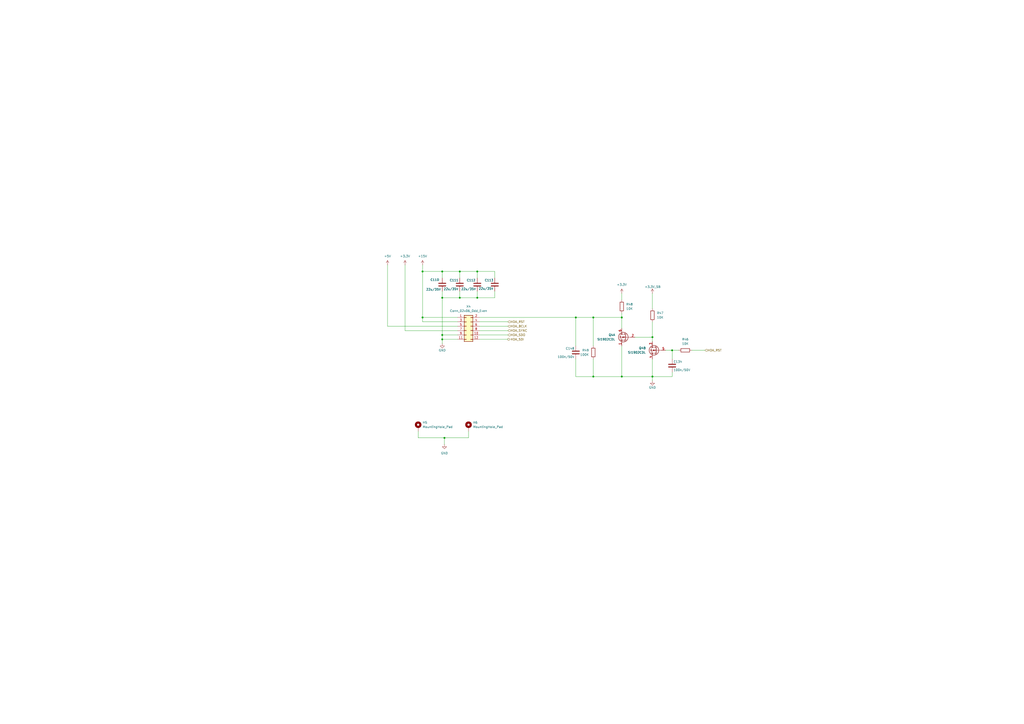
<source format=kicad_sch>
(kicad_sch
	(version 20250114)
	(generator "eeschema")
	(generator_version "9.0")
	(uuid "032e4e81-8481-4f83-b1ff-70ee339e5e30")
	(paper "A2")
	(title_block
		(title "LattePanda Mu Console")
		(date "2025-07-30")
		(rev "V1.0")
	)
	(lib_symbols
		(symbol "Connector_Generic:Conn_02x06_Odd_Even"
			(pin_names
				(offset 1.016)
				(hide yes)
			)
			(exclude_from_sim no)
			(in_bom yes)
			(on_board yes)
			(property "Reference" "J"
				(at 1.27 7.62 0)
				(effects
					(font
						(size 1.27 1.27)
					)
				)
			)
			(property "Value" "Conn_02x06_Odd_Even"
				(at 1.27 -10.16 0)
				(effects
					(font
						(size 1.27 1.27)
					)
				)
			)
			(property "Footprint" ""
				(at 0 0 0)
				(effects
					(font
						(size 1.27 1.27)
					)
					(hide yes)
				)
			)
			(property "Datasheet" "~"
				(at 0 0 0)
				(effects
					(font
						(size 1.27 1.27)
					)
					(hide yes)
				)
			)
			(property "Description" "Generic connector, double row, 02x06, odd/even pin numbering scheme (row 1 odd numbers, row 2 even numbers), script generated (kicad-library-utils/schlib/autogen/connector/)"
				(at 0 0 0)
				(effects
					(font
						(size 1.27 1.27)
					)
					(hide yes)
				)
			)
			(property "ki_keywords" "connector"
				(at 0 0 0)
				(effects
					(font
						(size 1.27 1.27)
					)
					(hide yes)
				)
			)
			(property "ki_fp_filters" "Connector*:*_2x??_*"
				(at 0 0 0)
				(effects
					(font
						(size 1.27 1.27)
					)
					(hide yes)
				)
			)
			(symbol "Conn_02x06_Odd_Even_1_1"
				(rectangle
					(start -1.27 6.35)
					(end 3.81 -8.89)
					(stroke
						(width 0.254)
						(type default)
					)
					(fill
						(type background)
					)
				)
				(rectangle
					(start -1.27 5.207)
					(end 0 4.953)
					(stroke
						(width 0.1524)
						(type default)
					)
					(fill
						(type none)
					)
				)
				(rectangle
					(start -1.27 2.667)
					(end 0 2.413)
					(stroke
						(width 0.1524)
						(type default)
					)
					(fill
						(type none)
					)
				)
				(rectangle
					(start -1.27 0.127)
					(end 0 -0.127)
					(stroke
						(width 0.1524)
						(type default)
					)
					(fill
						(type none)
					)
				)
				(rectangle
					(start -1.27 -2.413)
					(end 0 -2.667)
					(stroke
						(width 0.1524)
						(type default)
					)
					(fill
						(type none)
					)
				)
				(rectangle
					(start -1.27 -4.953)
					(end 0 -5.207)
					(stroke
						(width 0.1524)
						(type default)
					)
					(fill
						(type none)
					)
				)
				(rectangle
					(start -1.27 -7.493)
					(end 0 -7.747)
					(stroke
						(width 0.1524)
						(type default)
					)
					(fill
						(type none)
					)
				)
				(rectangle
					(start 3.81 5.207)
					(end 2.54 4.953)
					(stroke
						(width 0.1524)
						(type default)
					)
					(fill
						(type none)
					)
				)
				(rectangle
					(start 3.81 2.667)
					(end 2.54 2.413)
					(stroke
						(width 0.1524)
						(type default)
					)
					(fill
						(type none)
					)
				)
				(rectangle
					(start 3.81 0.127)
					(end 2.54 -0.127)
					(stroke
						(width 0.1524)
						(type default)
					)
					(fill
						(type none)
					)
				)
				(rectangle
					(start 3.81 -2.413)
					(end 2.54 -2.667)
					(stroke
						(width 0.1524)
						(type default)
					)
					(fill
						(type none)
					)
				)
				(rectangle
					(start 3.81 -4.953)
					(end 2.54 -5.207)
					(stroke
						(width 0.1524)
						(type default)
					)
					(fill
						(type none)
					)
				)
				(rectangle
					(start 3.81 -7.493)
					(end 2.54 -7.747)
					(stroke
						(width 0.1524)
						(type default)
					)
					(fill
						(type none)
					)
				)
				(pin passive line
					(at -5.08 5.08 0)
					(length 3.81)
					(name "Pin_1"
						(effects
							(font
								(size 1.27 1.27)
							)
						)
					)
					(number "1"
						(effects
							(font
								(size 1.27 1.27)
							)
						)
					)
				)
				(pin passive line
					(at -5.08 2.54 0)
					(length 3.81)
					(name "Pin_3"
						(effects
							(font
								(size 1.27 1.27)
							)
						)
					)
					(number "3"
						(effects
							(font
								(size 1.27 1.27)
							)
						)
					)
				)
				(pin passive line
					(at -5.08 0 0)
					(length 3.81)
					(name "Pin_5"
						(effects
							(font
								(size 1.27 1.27)
							)
						)
					)
					(number "5"
						(effects
							(font
								(size 1.27 1.27)
							)
						)
					)
				)
				(pin passive line
					(at -5.08 -2.54 0)
					(length 3.81)
					(name "Pin_7"
						(effects
							(font
								(size 1.27 1.27)
							)
						)
					)
					(number "7"
						(effects
							(font
								(size 1.27 1.27)
							)
						)
					)
				)
				(pin passive line
					(at -5.08 -5.08 0)
					(length 3.81)
					(name "Pin_9"
						(effects
							(font
								(size 1.27 1.27)
							)
						)
					)
					(number "9"
						(effects
							(font
								(size 1.27 1.27)
							)
						)
					)
				)
				(pin passive line
					(at -5.08 -7.62 0)
					(length 3.81)
					(name "Pin_11"
						(effects
							(font
								(size 1.27 1.27)
							)
						)
					)
					(number "11"
						(effects
							(font
								(size 1.27 1.27)
							)
						)
					)
				)
				(pin passive line
					(at 7.62 5.08 180)
					(length 3.81)
					(name "Pin_2"
						(effects
							(font
								(size 1.27 1.27)
							)
						)
					)
					(number "2"
						(effects
							(font
								(size 1.27 1.27)
							)
						)
					)
				)
				(pin passive line
					(at 7.62 2.54 180)
					(length 3.81)
					(name "Pin_4"
						(effects
							(font
								(size 1.27 1.27)
							)
						)
					)
					(number "4"
						(effects
							(font
								(size 1.27 1.27)
							)
						)
					)
				)
				(pin passive line
					(at 7.62 0 180)
					(length 3.81)
					(name "Pin_6"
						(effects
							(font
								(size 1.27 1.27)
							)
						)
					)
					(number "6"
						(effects
							(font
								(size 1.27 1.27)
							)
						)
					)
				)
				(pin passive line
					(at 7.62 -2.54 180)
					(length 3.81)
					(name "Pin_8"
						(effects
							(font
								(size 1.27 1.27)
							)
						)
					)
					(number "8"
						(effects
							(font
								(size 1.27 1.27)
							)
						)
					)
				)
				(pin passive line
					(at 7.62 -5.08 180)
					(length 3.81)
					(name "Pin_10"
						(effects
							(font
								(size 1.27 1.27)
							)
						)
					)
					(number "10"
						(effects
							(font
								(size 1.27 1.27)
							)
						)
					)
				)
				(pin passive line
					(at 7.62 -7.62 180)
					(length 3.81)
					(name "Pin_12"
						(effects
							(font
								(size 1.27 1.27)
							)
						)
					)
					(number "12"
						(effects
							(font
								(size 1.27 1.27)
							)
						)
					)
				)
			)
			(embedded_fonts no)
		)
		(symbol "Device:C"
			(pin_numbers
				(hide yes)
			)
			(pin_names
				(offset 0.254)
			)
			(exclude_from_sim no)
			(in_bom yes)
			(on_board yes)
			(property "Reference" "C"
				(at 0.635 2.54 0)
				(effects
					(font
						(size 1.27 1.27)
					)
					(justify left)
				)
			)
			(property "Value" "C"
				(at 0.635 -2.54 0)
				(effects
					(font
						(size 1.27 1.27)
					)
					(justify left)
				)
			)
			(property "Footprint" ""
				(at 0.9652 -3.81 0)
				(effects
					(font
						(size 1.27 1.27)
					)
					(hide yes)
				)
			)
			(property "Datasheet" "~"
				(at 0 0 0)
				(effects
					(font
						(size 1.27 1.27)
					)
					(hide yes)
				)
			)
			(property "Description" "Unpolarized capacitor"
				(at 0 0 0)
				(effects
					(font
						(size 1.27 1.27)
					)
					(hide yes)
				)
			)
			(property "ki_keywords" "cap capacitor"
				(at 0 0 0)
				(effects
					(font
						(size 1.27 1.27)
					)
					(hide yes)
				)
			)
			(property "ki_fp_filters" "C_*"
				(at 0 0 0)
				(effects
					(font
						(size 1.27 1.27)
					)
					(hide yes)
				)
			)
			(symbol "C_0_1"
				(polyline
					(pts
						(xy -2.032 0.762) (xy 2.032 0.762)
					)
					(stroke
						(width 0.508)
						(type default)
					)
					(fill
						(type none)
					)
				)
				(polyline
					(pts
						(xy -2.032 -0.762) (xy 2.032 -0.762)
					)
					(stroke
						(width 0.508)
						(type default)
					)
					(fill
						(type none)
					)
				)
			)
			(symbol "C_1_1"
				(pin passive line
					(at 0 3.81 270)
					(length 2.794)
					(name "~"
						(effects
							(font
								(size 1.27 1.27)
							)
						)
					)
					(number "1"
						(effects
							(font
								(size 1.27 1.27)
							)
						)
					)
				)
				(pin passive line
					(at 0 -3.81 90)
					(length 2.794)
					(name "~"
						(effects
							(font
								(size 1.27 1.27)
							)
						)
					)
					(number "2"
						(effects
							(font
								(size 1.27 1.27)
							)
						)
					)
				)
			)
			(embedded_fonts no)
		)
		(symbol "Device:R"
			(pin_numbers
				(hide yes)
			)
			(pin_names
				(offset 0)
			)
			(exclude_from_sim no)
			(in_bom yes)
			(on_board yes)
			(property "Reference" "R"
				(at 2.032 0 90)
				(effects
					(font
						(size 1.27 1.27)
					)
				)
			)
			(property "Value" "R"
				(at 0 0 90)
				(effects
					(font
						(size 1.27 1.27)
					)
				)
			)
			(property "Footprint" ""
				(at -1.778 0 90)
				(effects
					(font
						(size 1.27 1.27)
					)
					(hide yes)
				)
			)
			(property "Datasheet" "~"
				(at 0 0 0)
				(effects
					(font
						(size 1.27 1.27)
					)
					(hide yes)
				)
			)
			(property "Description" "Resistor"
				(at 0 0 0)
				(effects
					(font
						(size 1.27 1.27)
					)
					(hide yes)
				)
			)
			(property "ki_keywords" "R res resistor"
				(at 0 0 0)
				(effects
					(font
						(size 1.27 1.27)
					)
					(hide yes)
				)
			)
			(property "ki_fp_filters" "R_*"
				(at 0 0 0)
				(effects
					(font
						(size 1.27 1.27)
					)
					(hide yes)
				)
			)
			(symbol "R_0_1"
				(rectangle
					(start -1.016 -2.54)
					(end 1.016 2.54)
					(stroke
						(width 0.254)
						(type default)
					)
					(fill
						(type none)
					)
				)
			)
			(symbol "R_1_1"
				(pin passive line
					(at 0 3.81 270)
					(length 1.27)
					(name "~"
						(effects
							(font
								(size 1.27 1.27)
							)
						)
					)
					(number "1"
						(effects
							(font
								(size 1.27 1.27)
							)
						)
					)
				)
				(pin passive line
					(at 0 -3.81 90)
					(length 1.27)
					(name "~"
						(effects
							(font
								(size 1.27 1.27)
							)
						)
					)
					(number "2"
						(effects
							(font
								(size 1.27 1.27)
							)
						)
					)
				)
			)
			(embedded_fonts no)
		)
		(symbol "Mechanical:MountingHole_Pad"
			(pin_numbers
				(hide yes)
			)
			(pin_names
				(offset 1.016)
				(hide yes)
			)
			(exclude_from_sim no)
			(in_bom no)
			(on_board yes)
			(property "Reference" "H"
				(at 0 6.35 0)
				(effects
					(font
						(size 1.27 1.27)
					)
				)
			)
			(property "Value" "MountingHole_Pad"
				(at 0 4.445 0)
				(effects
					(font
						(size 1.27 1.27)
					)
				)
			)
			(property "Footprint" ""
				(at 0 0 0)
				(effects
					(font
						(size 1.27 1.27)
					)
					(hide yes)
				)
			)
			(property "Datasheet" "~"
				(at 0 0 0)
				(effects
					(font
						(size 1.27 1.27)
					)
					(hide yes)
				)
			)
			(property "Description" "Mounting Hole with connection"
				(at 0 0 0)
				(effects
					(font
						(size 1.27 1.27)
					)
					(hide yes)
				)
			)
			(property "ki_keywords" "mounting hole"
				(at 0 0 0)
				(effects
					(font
						(size 1.27 1.27)
					)
					(hide yes)
				)
			)
			(property "ki_fp_filters" "MountingHole*Pad*"
				(at 0 0 0)
				(effects
					(font
						(size 1.27 1.27)
					)
					(hide yes)
				)
			)
			(symbol "MountingHole_Pad_0_1"
				(circle
					(center 0 1.27)
					(radius 1.27)
					(stroke
						(width 1.27)
						(type default)
					)
					(fill
						(type none)
					)
				)
			)
			(symbol "MountingHole_Pad_1_1"
				(pin input line
					(at 0 -2.54 90)
					(length 2.54)
					(name "1"
						(effects
							(font
								(size 1.27 1.27)
							)
						)
					)
					(number "1"
						(effects
							(font
								(size 1.27 1.27)
							)
						)
					)
				)
			)
			(embedded_fonts no)
		)
		(symbol "Transistor_FET:BSD840N"
			(pin_names
				(hide yes)
			)
			(exclude_from_sim no)
			(in_bom yes)
			(on_board yes)
			(property "Reference" "Q"
				(at 5.08 1.905 0)
				(effects
					(font
						(size 1.27 1.27)
					)
					(justify left)
				)
			)
			(property "Value" "BSD840N"
				(at 5.08 0 0)
				(effects
					(font
						(size 1.27 1.27)
					)
					(justify left)
				)
			)
			(property "Footprint" "Package_TO_SOT_SMD:SOT-363_SC-70-6"
				(at 5.08 -1.905 0)
				(effects
					(font
						(size 1.27 1.27)
						(italic yes)
					)
					(justify left)
					(hide yes)
				)
			)
			(property "Datasheet" "https://www.infineon.com/dgdl/BSD840N_Rev2%204.pdf?fileId=db3a30431b0626df011b12b4486c7c02"
				(at 5.08 -3.81 0)
				(effects
					(font
						(size 1.27 1.27)
					)
					(justify left)
					(hide yes)
				)
			)
			(property "Description" "0.88A Id, 20V Vds, Dual N-Channel MOSFET, 560mOhm Ron at 1.8V Vgs (ultra logic level), SOT-363"
				(at 0 0 0)
				(effects
					(font
						(size 1.27 1.27)
					)
					(hide yes)
				)
			)
			(property "ki_keywords" "nfet pair"
				(at 0 0 0)
				(effects
					(font
						(size 1.27 1.27)
					)
					(hide yes)
				)
			)
			(property "ki_fp_filters" "SOT?363*"
				(at 0 0 0)
				(effects
					(font
						(size 1.27 1.27)
					)
					(hide yes)
				)
			)
			(symbol "BSD840N_0_1"
				(polyline
					(pts
						(xy 0.254 1.905) (xy 0.254 -1.905)
					)
					(stroke
						(width 0.254)
						(type default)
					)
					(fill
						(type none)
					)
				)
				(polyline
					(pts
						(xy 0.254 0) (xy -2.54 0)
					)
					(stroke
						(width 0)
						(type default)
					)
					(fill
						(type none)
					)
				)
				(polyline
					(pts
						(xy 0.762 2.286) (xy 0.762 1.27)
					)
					(stroke
						(width 0.254)
						(type default)
					)
					(fill
						(type none)
					)
				)
				(polyline
					(pts
						(xy 0.762 0.508) (xy 0.762 -0.508)
					)
					(stroke
						(width 0.254)
						(type default)
					)
					(fill
						(type none)
					)
				)
				(polyline
					(pts
						(xy 0.762 -1.27) (xy 0.762 -2.286)
					)
					(stroke
						(width 0.254)
						(type default)
					)
					(fill
						(type none)
					)
				)
				(polyline
					(pts
						(xy 0.762 -1.778) (xy 3.302 -1.778) (xy 3.302 1.778) (xy 0.762 1.778)
					)
					(stroke
						(width 0)
						(type default)
					)
					(fill
						(type none)
					)
				)
				(polyline
					(pts
						(xy 1.016 0) (xy 2.032 0.381) (xy 2.032 -0.381) (xy 1.016 0)
					)
					(stroke
						(width 0)
						(type default)
					)
					(fill
						(type outline)
					)
				)
				(circle
					(center 1.651 0)
					(radius 2.794)
					(stroke
						(width 0.254)
						(type default)
					)
					(fill
						(type none)
					)
				)
				(polyline
					(pts
						(xy 2.54 2.54) (xy 2.54 1.778)
					)
					(stroke
						(width 0)
						(type default)
					)
					(fill
						(type none)
					)
				)
				(circle
					(center 2.54 1.778)
					(radius 0.254)
					(stroke
						(width 0)
						(type default)
					)
					(fill
						(type outline)
					)
				)
				(circle
					(center 2.54 -1.778)
					(radius 0.254)
					(stroke
						(width 0)
						(type default)
					)
					(fill
						(type outline)
					)
				)
				(polyline
					(pts
						(xy 2.54 -2.54) (xy 2.54 0) (xy 0.762 0)
					)
					(stroke
						(width 0)
						(type default)
					)
					(fill
						(type none)
					)
				)
				(polyline
					(pts
						(xy 2.794 0.508) (xy 2.921 0.381) (xy 3.683 0.381) (xy 3.81 0.254)
					)
					(stroke
						(width 0)
						(type default)
					)
					(fill
						(type none)
					)
				)
				(polyline
					(pts
						(xy 3.302 0.381) (xy 2.921 -0.254) (xy 3.683 -0.254) (xy 3.302 0.381)
					)
					(stroke
						(width 0)
						(type default)
					)
					(fill
						(type none)
					)
				)
			)
			(symbol "BSD840N_1_1"
				(pin passive line
					(at -5.08 0 0)
					(length 2.54)
					(name "G"
						(effects
							(font
								(size 1.27 1.27)
							)
						)
					)
					(number "2"
						(effects
							(font
								(size 1.27 1.27)
							)
						)
					)
				)
				(pin passive line
					(at 2.54 5.08 270)
					(length 2.54)
					(name "D"
						(effects
							(font
								(size 1.27 1.27)
							)
						)
					)
					(number "6"
						(effects
							(font
								(size 1.27 1.27)
							)
						)
					)
				)
				(pin passive line
					(at 2.54 -5.08 90)
					(length 2.54)
					(name "S"
						(effects
							(font
								(size 1.27 1.27)
							)
						)
					)
					(number "1"
						(effects
							(font
								(size 1.27 1.27)
							)
						)
					)
				)
			)
			(symbol "BSD840N_2_1"
				(pin passive line
					(at -5.08 0 0)
					(length 2.54)
					(name "G"
						(effects
							(font
								(size 1.27 1.27)
							)
						)
					)
					(number "5"
						(effects
							(font
								(size 1.27 1.27)
							)
						)
					)
				)
				(pin passive line
					(at 2.54 5.08 270)
					(length 2.54)
					(name "D"
						(effects
							(font
								(size 1.27 1.27)
							)
						)
					)
					(number "3"
						(effects
							(font
								(size 1.27 1.27)
							)
						)
					)
				)
				(pin passive line
					(at 2.54 -5.08 90)
					(length 2.54)
					(name "S"
						(effects
							(font
								(size 1.27 1.27)
							)
						)
					)
					(number "4"
						(effects
							(font
								(size 1.27 1.27)
							)
						)
					)
				)
			)
			(embedded_fonts no)
		)
		(symbol "power:+15V"
			(power)
			(pin_numbers
				(hide yes)
			)
			(pin_names
				(offset 0)
				(hide yes)
			)
			(exclude_from_sim no)
			(in_bom yes)
			(on_board yes)
			(property "Reference" "#PWR"
				(at 0 -3.81 0)
				(effects
					(font
						(size 1.27 1.27)
					)
					(hide yes)
				)
			)
			(property "Value" "+15V"
				(at 0 3.556 0)
				(effects
					(font
						(size 1.27 1.27)
					)
				)
			)
			(property "Footprint" ""
				(at 0 0 0)
				(effects
					(font
						(size 1.27 1.27)
					)
					(hide yes)
				)
			)
			(property "Datasheet" ""
				(at 0 0 0)
				(effects
					(font
						(size 1.27 1.27)
					)
					(hide yes)
				)
			)
			(property "Description" "Power symbol creates a global label with name \"+15V\""
				(at 0 0 0)
				(effects
					(font
						(size 1.27 1.27)
					)
					(hide yes)
				)
			)
			(property "ki_keywords" "global power"
				(at 0 0 0)
				(effects
					(font
						(size 1.27 1.27)
					)
					(hide yes)
				)
			)
			(symbol "+15V_0_1"
				(polyline
					(pts
						(xy -0.762 1.27) (xy 0 2.54)
					)
					(stroke
						(width 0)
						(type default)
					)
					(fill
						(type none)
					)
				)
				(polyline
					(pts
						(xy 0 2.54) (xy 0.762 1.27)
					)
					(stroke
						(width 0)
						(type default)
					)
					(fill
						(type none)
					)
				)
				(polyline
					(pts
						(xy 0 0) (xy 0 2.54)
					)
					(stroke
						(width 0)
						(type default)
					)
					(fill
						(type none)
					)
				)
			)
			(symbol "+15V_1_1"
				(pin power_in line
					(at 0 0 90)
					(length 0)
					(name "~"
						(effects
							(font
								(size 1.27 1.27)
							)
						)
					)
					(number "1"
						(effects
							(font
								(size 1.27 1.27)
							)
						)
					)
				)
			)
			(embedded_fonts no)
		)
		(symbol "power:+1V0"
			(power)
			(pin_numbers
				(hide yes)
			)
			(pin_names
				(offset 0)
				(hide yes)
			)
			(exclude_from_sim no)
			(in_bom yes)
			(on_board yes)
			(property "Reference" "#PWR"
				(at 0 -3.81 0)
				(effects
					(font
						(size 1.27 1.27)
					)
					(hide yes)
				)
			)
			(property "Value" "+1V0"
				(at 0 3.556 0)
				(effects
					(font
						(size 1.27 1.27)
					)
				)
			)
			(property "Footprint" ""
				(at 0 0 0)
				(effects
					(font
						(size 1.27 1.27)
					)
					(hide yes)
				)
			)
			(property "Datasheet" ""
				(at 0 0 0)
				(effects
					(font
						(size 1.27 1.27)
					)
					(hide yes)
				)
			)
			(property "Description" "Power symbol creates a global label with name \"+1V0\""
				(at 0 0 0)
				(effects
					(font
						(size 1.27 1.27)
					)
					(hide yes)
				)
			)
			(property "ki_keywords" "global power"
				(at 0 0 0)
				(effects
					(font
						(size 1.27 1.27)
					)
					(hide yes)
				)
			)
			(symbol "+1V0_0_1"
				(polyline
					(pts
						(xy -0.762 1.27) (xy 0 2.54)
					)
					(stroke
						(width 0)
						(type default)
					)
					(fill
						(type none)
					)
				)
				(polyline
					(pts
						(xy 0 2.54) (xy 0.762 1.27)
					)
					(stroke
						(width 0)
						(type default)
					)
					(fill
						(type none)
					)
				)
				(polyline
					(pts
						(xy 0 0) (xy 0 2.54)
					)
					(stroke
						(width 0)
						(type default)
					)
					(fill
						(type none)
					)
				)
			)
			(symbol "+1V0_1_1"
				(pin power_in line
					(at 0 0 90)
					(length 0)
					(name "~"
						(effects
							(font
								(size 1.27 1.27)
							)
						)
					)
					(number "1"
						(effects
							(font
								(size 1.27 1.27)
							)
						)
					)
				)
			)
			(embedded_fonts no)
		)
		(symbol "power:+5V"
			(power)
			(pin_numbers
				(hide yes)
			)
			(pin_names
				(offset 0)
				(hide yes)
			)
			(exclude_from_sim no)
			(in_bom yes)
			(on_board yes)
			(property "Reference" "#PWR"
				(at 0 -3.81 0)
				(effects
					(font
						(size 1.27 1.27)
					)
					(hide yes)
				)
			)
			(property "Value" "+5V"
				(at 0 3.556 0)
				(effects
					(font
						(size 1.27 1.27)
					)
				)
			)
			(property "Footprint" ""
				(at 0 0 0)
				(effects
					(font
						(size 1.27 1.27)
					)
					(hide yes)
				)
			)
			(property "Datasheet" ""
				(at 0 0 0)
				(effects
					(font
						(size 1.27 1.27)
					)
					(hide yes)
				)
			)
			(property "Description" "Power symbol creates a global label with name \"+5V\""
				(at 0 0 0)
				(effects
					(font
						(size 1.27 1.27)
					)
					(hide yes)
				)
			)
			(property "ki_keywords" "global power"
				(at 0 0 0)
				(effects
					(font
						(size 1.27 1.27)
					)
					(hide yes)
				)
			)
			(symbol "+5V_0_1"
				(polyline
					(pts
						(xy -0.762 1.27) (xy 0 2.54)
					)
					(stroke
						(width 0)
						(type default)
					)
					(fill
						(type none)
					)
				)
				(polyline
					(pts
						(xy 0 2.54) (xy 0.762 1.27)
					)
					(stroke
						(width 0)
						(type default)
					)
					(fill
						(type none)
					)
				)
				(polyline
					(pts
						(xy 0 0) (xy 0 2.54)
					)
					(stroke
						(width 0)
						(type default)
					)
					(fill
						(type none)
					)
				)
			)
			(symbol "+5V_1_1"
				(pin power_in line
					(at 0 0 90)
					(length 0)
					(name "~"
						(effects
							(font
								(size 1.27 1.27)
							)
						)
					)
					(number "1"
						(effects
							(font
								(size 1.27 1.27)
							)
						)
					)
				)
			)
			(embedded_fonts no)
		)
		(symbol "power:GND"
			(power)
			(pin_numbers
				(hide yes)
			)
			(pin_names
				(offset 0)
				(hide yes)
			)
			(exclude_from_sim no)
			(in_bom yes)
			(on_board yes)
			(property "Reference" "#PWR"
				(at 0 -6.35 0)
				(effects
					(font
						(size 1.27 1.27)
					)
					(hide yes)
				)
			)
			(property "Value" "GND"
				(at 0 -3.81 0)
				(effects
					(font
						(size 1.27 1.27)
					)
				)
			)
			(property "Footprint" ""
				(at 0 0 0)
				(effects
					(font
						(size 1.27 1.27)
					)
					(hide yes)
				)
			)
			(property "Datasheet" ""
				(at 0 0 0)
				(effects
					(font
						(size 1.27 1.27)
					)
					(hide yes)
				)
			)
			(property "Description" "Power symbol creates a global label with name \"GND\" , ground"
				(at 0 0 0)
				(effects
					(font
						(size 1.27 1.27)
					)
					(hide yes)
				)
			)
			(property "ki_keywords" "global power"
				(at 0 0 0)
				(effects
					(font
						(size 1.27 1.27)
					)
					(hide yes)
				)
			)
			(symbol "GND_0_1"
				(polyline
					(pts
						(xy 0 0) (xy 0 -1.27) (xy 1.27 -1.27) (xy 0 -2.54) (xy -1.27 -1.27) (xy 0 -1.27)
					)
					(stroke
						(width 0)
						(type default)
					)
					(fill
						(type none)
					)
				)
			)
			(symbol "GND_1_1"
				(pin power_in line
					(at 0 0 270)
					(length 0)
					(name "~"
						(effects
							(font
								(size 1.27 1.27)
							)
						)
					)
					(number "1"
						(effects
							(font
								(size 1.27 1.27)
							)
						)
					)
				)
			)
			(embedded_fonts no)
		)
	)
	(junction
		(at 256.54 194.31)
		(diameter 0)
		(color 0 0 0 0)
		(uuid "0a8e4a67-6dc8-4cb9-8790-66b6ff2fd7dc")
	)
	(junction
		(at 266.7 172.72)
		(diameter 0)
		(color 0 0 0 0)
		(uuid "1b6b5c28-0009-451f-a1b0-4ff38eeb8faf")
	)
	(junction
		(at 360.68 218.44)
		(diameter 0)
		(color 0 0 0 0)
		(uuid "23698379-fe70-4706-ba61-ab9c4b7b921e")
	)
	(junction
		(at 378.46 195.58)
		(diameter 0)
		(color 0 0 0 0)
		(uuid "2e78c972-2bf9-4a55-b5a4-bb919403269a")
	)
	(junction
		(at 256.54 157.48)
		(diameter 0)
		(color 0 0 0 0)
		(uuid "3009d554-a1b5-420d-bca2-7047f0830de3")
	)
	(junction
		(at 276.86 172.72)
		(diameter 0)
		(color 0 0 0 0)
		(uuid "301219f2-780f-4a57-b88e-b7cc9ef36ee0")
	)
	(junction
		(at 257.81 254)
		(diameter 0)
		(color 0 0 0 0)
		(uuid "4e8fd4fc-f6c1-4430-a0b7-b132cbb8894e")
	)
	(junction
		(at 378.46 218.44)
		(diameter 0)
		(color 0 0 0 0)
		(uuid "67f84360-9fb3-45dc-ade2-d6cfb9cba918")
	)
	(junction
		(at 344.17 184.15)
		(diameter 0)
		(color 0 0 0 0)
		(uuid "6b9c4940-8f5f-49b6-8bf8-21914dfaf4f7")
	)
	(junction
		(at 245.11 184.15)
		(diameter 0)
		(color 0 0 0 0)
		(uuid "7bf1380c-8813-4c6e-a450-ba98f83462e8")
	)
	(junction
		(at 360.68 184.15)
		(diameter 0)
		(color 0 0 0 0)
		(uuid "855bea82-5125-4c98-863d-81fc58a97410")
	)
	(junction
		(at 334.01 184.15)
		(diameter 0)
		(color 0 0 0 0)
		(uuid "9b49f213-b5e9-45fd-a4bc-aaf72de7741d")
	)
	(junction
		(at 256.54 196.85)
		(diameter 0)
		(color 0 0 0 0)
		(uuid "9d849ceb-2f98-427a-93d0-6874ca9cb06c")
	)
	(junction
		(at 256.54 172.72)
		(diameter 0)
		(color 0 0 0 0)
		(uuid "adbf2310-9e6e-4278-ad8f-c649dc7441b4")
	)
	(junction
		(at 344.17 218.44)
		(diameter 0)
		(color 0 0 0 0)
		(uuid "bb000b43-aaf3-4cb3-a5f1-8a5cddb37b30")
	)
	(junction
		(at 276.86 157.48)
		(diameter 0)
		(color 0 0 0 0)
		(uuid "c8761bdc-7a22-436e-91ef-5883cf4031be")
	)
	(junction
		(at 245.11 157.48)
		(diameter 0)
		(color 0 0 0 0)
		(uuid "e5bd859b-1b83-4737-9a5d-52c8b1e43134")
	)
	(junction
		(at 389.89 203.2)
		(diameter 0)
		(color 0 0 0 0)
		(uuid "e6983c4a-d8dd-4f99-8594-14ae9a3bbd80")
	)
	(junction
		(at 266.7 157.48)
		(diameter 0)
		(color 0 0 0 0)
		(uuid "ec1408ec-0fd8-4c3d-a5f1-a39802fd39dc")
	)
	(wire
		(pts
			(xy 256.54 196.85) (xy 265.43 196.85)
		)
		(stroke
			(width 0)
			(type default)
		)
		(uuid "00e0a9d3-6c5a-49e2-8d2d-c4485af65cc2")
	)
	(wire
		(pts
			(xy 401.32 203.2) (xy 408.94 203.2)
		)
		(stroke
			(width 0)
			(type default)
		)
		(uuid "04eb6b38-485c-49cf-8c0e-de7caeeb30c2")
	)
	(wire
		(pts
			(xy 266.7 157.48) (xy 266.7 161.29)
		)
		(stroke
			(width 0)
			(type default)
		)
		(uuid "083f6511-5991-4ea4-8136-748adf5b725f")
	)
	(wire
		(pts
			(xy 265.43 184.15) (xy 245.11 184.15)
		)
		(stroke
			(width 0)
			(type default)
		)
		(uuid "190addc6-4cad-4611-8a97-64321156bae2")
	)
	(wire
		(pts
			(xy 276.86 172.72) (xy 287.02 172.72)
		)
		(stroke
			(width 0)
			(type default)
		)
		(uuid "23061ff9-c28e-4bdf-bfd7-3706b5a46fec")
	)
	(wire
		(pts
			(xy 386.08 203.2) (xy 389.89 203.2)
		)
		(stroke
			(width 0)
			(type default)
		)
		(uuid "258b169a-5ae5-43ed-9ac5-31aaf1184bb8")
	)
	(wire
		(pts
			(xy 265.43 186.69) (xy 245.11 186.69)
		)
		(stroke
			(width 0)
			(type default)
		)
		(uuid "2692c218-a50f-4b0a-a4bc-5f56f1ec118a")
	)
	(wire
		(pts
			(xy 245.11 157.48) (xy 245.11 153.67)
		)
		(stroke
			(width 0)
			(type default)
		)
		(uuid "2b1c0d6c-6ac4-4679-a463-054c4f726ba6")
	)
	(wire
		(pts
			(xy 294.64 196.85) (xy 278.13 196.85)
		)
		(stroke
			(width 0)
			(type default)
		)
		(uuid "2e291a28-25b6-4b98-80e4-5648cadb90ec")
	)
	(wire
		(pts
			(xy 360.68 200.66) (xy 360.68 218.44)
		)
		(stroke
			(width 0)
			(type default)
		)
		(uuid "328d9100-9b56-41cf-a0b2-10d22e7b9e41")
	)
	(wire
		(pts
			(xy 256.54 194.31) (xy 265.43 194.31)
		)
		(stroke
			(width 0)
			(type default)
		)
		(uuid "333f7e13-2c3c-41f0-a9a4-05e653e6baee")
	)
	(wire
		(pts
			(xy 257.81 254) (xy 271.78 254)
		)
		(stroke
			(width 0)
			(type default)
		)
		(uuid "3af43563-96e7-4a3c-bc0a-d9fa5268c5c2")
	)
	(wire
		(pts
			(xy 256.54 172.72) (xy 256.54 168.91)
		)
		(stroke
			(width 0)
			(type default)
		)
		(uuid "3b12c01e-7015-47aa-8753-26d27d08ae8d")
	)
	(wire
		(pts
			(xy 378.46 170.18) (xy 378.46 179.07)
		)
		(stroke
			(width 0)
			(type default)
		)
		(uuid "4337016a-5c17-46d0-bc80-86aef4430b3e")
	)
	(wire
		(pts
			(xy 256.54 194.31) (xy 256.54 196.85)
		)
		(stroke
			(width 0)
			(type default)
		)
		(uuid "434ade1b-e3ec-4b2e-9777-728a8dc5dd04")
	)
	(wire
		(pts
			(xy 360.68 218.44) (xy 378.46 218.44)
		)
		(stroke
			(width 0)
			(type default)
		)
		(uuid "47c28c5b-2b1f-46ab-91d6-8c463034b284")
	)
	(wire
		(pts
			(xy 256.54 157.48) (xy 266.7 157.48)
		)
		(stroke
			(width 0)
			(type default)
		)
		(uuid "4aaad3ac-0e6c-4c44-bb5d-34220dfa0652")
	)
	(wire
		(pts
			(xy 256.54 157.48) (xy 245.11 157.48)
		)
		(stroke
			(width 0)
			(type default)
		)
		(uuid "52bf8e4f-bbe8-4cf4-9ab6-559190a51d31")
	)
	(wire
		(pts
			(xy 266.7 157.48) (xy 276.86 157.48)
		)
		(stroke
			(width 0)
			(type default)
		)
		(uuid "5f8a5849-2d3a-4f09-9894-1c97a892edd2")
	)
	(wire
		(pts
			(xy 276.86 157.48) (xy 276.86 161.29)
		)
		(stroke
			(width 0)
			(type default)
		)
		(uuid "605a39b2-7d45-43fe-abe3-91dfdb84ec7e")
	)
	(wire
		(pts
			(xy 256.54 172.72) (xy 256.54 194.31)
		)
		(stroke
			(width 0)
			(type default)
		)
		(uuid "62641dd7-b32b-4513-b5a3-18d5bd0c600b")
	)
	(wire
		(pts
			(xy 224.79 189.23) (xy 265.43 189.23)
		)
		(stroke
			(width 0)
			(type default)
		)
		(uuid "62a43a31-ffbb-4f33-abf9-43959bf8b78a")
	)
	(wire
		(pts
			(xy 276.86 168.91) (xy 276.86 172.72)
		)
		(stroke
			(width 0)
			(type default)
		)
		(uuid "63a964b3-5611-4a66-b69d-4454e8d67ab7")
	)
	(wire
		(pts
			(xy 276.86 157.48) (xy 287.02 157.48)
		)
		(stroke
			(width 0)
			(type default)
		)
		(uuid "67177b0c-dbc1-4dec-bd57-2dcbc735d0bd")
	)
	(wire
		(pts
			(xy 245.11 184.15) (xy 245.11 157.48)
		)
		(stroke
			(width 0)
			(type default)
		)
		(uuid "69a85ecd-f5eb-40f2-8b63-6632375a652d")
	)
	(wire
		(pts
			(xy 294.64 194.31) (xy 278.13 194.31)
		)
		(stroke
			(width 0)
			(type default)
		)
		(uuid "6f7281fd-d6d1-4299-a6aa-fddf653c7fdd")
	)
	(wire
		(pts
			(xy 287.02 168.91) (xy 287.02 172.72)
		)
		(stroke
			(width 0)
			(type default)
		)
		(uuid "72b769a6-dde5-441a-a16d-7a1f81c6c6bd")
	)
	(wire
		(pts
			(xy 278.13 184.15) (xy 334.01 184.15)
		)
		(stroke
			(width 0)
			(type default)
		)
		(uuid "7385a80a-f5b3-4724-bd66-d46b2353d8dd")
	)
	(wire
		(pts
			(xy 378.46 208.28) (xy 378.46 218.44)
		)
		(stroke
			(width 0)
			(type default)
		)
		(uuid "75f1974d-f9a0-4c8f-8d6b-1925f12af47f")
	)
	(wire
		(pts
			(xy 334.01 218.44) (xy 344.17 218.44)
		)
		(stroke
			(width 0)
			(type default)
		)
		(uuid "786b9b5f-f627-4b01-9832-dd6f237cd7b6")
	)
	(wire
		(pts
			(xy 266.7 168.91) (xy 266.7 172.72)
		)
		(stroke
			(width 0)
			(type default)
		)
		(uuid "79cd6f97-5fb9-43c6-a4cf-043899c32e30")
	)
	(wire
		(pts
			(xy 234.95 191.77) (xy 234.95 153.67)
		)
		(stroke
			(width 0)
			(type default)
		)
		(uuid "7bf6e627-fbb2-4fbb-91ec-35a7a32e79f5")
	)
	(wire
		(pts
			(xy 360.68 170.18) (xy 360.68 173.99)
		)
		(stroke
			(width 0)
			(type default)
		)
		(uuid "7f534180-fc6f-4033-a663-1b3c1bfb6377")
	)
	(wire
		(pts
			(xy 294.64 189.23) (xy 278.13 189.23)
		)
		(stroke
			(width 0)
			(type default)
		)
		(uuid "895d425e-6c4d-4f94-87db-2d3fcdc00828")
	)
	(wire
		(pts
			(xy 294.64 191.77) (xy 278.13 191.77)
		)
		(stroke
			(width 0)
			(type default)
		)
		(uuid "8c0d4242-cfc3-4d2e-b9b4-3e7645a35181")
	)
	(wire
		(pts
			(xy 256.54 172.72) (xy 266.7 172.72)
		)
		(stroke
			(width 0)
			(type default)
		)
		(uuid "93592ac5-2fbe-494f-a44a-e27b7695bff5")
	)
	(wire
		(pts
			(xy 245.11 186.69) (xy 245.11 184.15)
		)
		(stroke
			(width 0)
			(type default)
		)
		(uuid "95128fc3-b2eb-4073-980c-1a6ddd2ccd9d")
	)
	(wire
		(pts
			(xy 378.46 186.69) (xy 378.46 195.58)
		)
		(stroke
			(width 0)
			(type default)
		)
		(uuid "95b3f74e-0cb6-48d6-b34a-4e814eaa6c33")
	)
	(wire
		(pts
			(xy 344.17 200.66) (xy 344.17 184.15)
		)
		(stroke
			(width 0)
			(type default)
		)
		(uuid "9c2f7571-dcc7-45c6-9cf3-8b11bb8ebc04")
	)
	(wire
		(pts
			(xy 389.89 215.9) (xy 389.89 218.44)
		)
		(stroke
			(width 0)
			(type default)
		)
		(uuid "9e79cdec-90c3-49bf-8a79-5a608e36553f")
	)
	(wire
		(pts
			(xy 265.43 191.77) (xy 234.95 191.77)
		)
		(stroke
			(width 0)
			(type default)
		)
		(uuid "a0d593c7-1eae-4c53-a845-0e0ae722a486")
	)
	(wire
		(pts
			(xy 294.64 186.69) (xy 278.13 186.69)
		)
		(stroke
			(width 0)
			(type default)
		)
		(uuid "a73c79eb-ffe6-4017-bc47-cbb9b47652d4")
	)
	(wire
		(pts
			(xy 334.01 200.66) (xy 334.01 184.15)
		)
		(stroke
			(width 0)
			(type default)
		)
		(uuid "a8158dc6-6755-417b-bd4d-782af443fbd0")
	)
	(wire
		(pts
			(xy 224.79 153.67) (xy 224.79 189.23)
		)
		(stroke
			(width 0)
			(type default)
		)
		(uuid "ab0cde02-6d19-4d19-a977-848f6703823d")
	)
	(wire
		(pts
			(xy 368.3 195.58) (xy 378.46 195.58)
		)
		(stroke
			(width 0)
			(type default)
		)
		(uuid "abd23925-0996-4124-94f5-b3ec039a415e")
	)
	(wire
		(pts
			(xy 256.54 196.85) (xy 256.54 199.39)
		)
		(stroke
			(width 0)
			(type default)
		)
		(uuid "af859233-e556-4c36-9ee6-053f913dcd88")
	)
	(wire
		(pts
			(xy 344.17 184.15) (xy 360.68 184.15)
		)
		(stroke
			(width 0)
			(type default)
		)
		(uuid "afe02587-ec3d-4e50-914a-1abc216e05a5")
	)
	(wire
		(pts
			(xy 360.68 190.5) (xy 360.68 184.15)
		)
		(stroke
			(width 0)
			(type default)
		)
		(uuid "b94f320c-d307-4bc8-b7a3-d09e7ffa820d")
	)
	(wire
		(pts
			(xy 334.01 208.28) (xy 334.01 218.44)
		)
		(stroke
			(width 0)
			(type default)
		)
		(uuid "bab1078c-95f0-4050-93f0-c8a4c8295a03")
	)
	(wire
		(pts
			(xy 242.57 254) (xy 257.81 254)
		)
		(stroke
			(width 0)
			(type default)
		)
		(uuid "bc93a28c-046a-40c0-9d64-db5e44e5a9f1")
	)
	(wire
		(pts
			(xy 344.17 218.44) (xy 360.68 218.44)
		)
		(stroke
			(width 0)
			(type default)
		)
		(uuid "bdab3641-d06d-45a1-a2e4-2933e62884e7")
	)
	(wire
		(pts
			(xy 257.81 254) (xy 257.81 257.81)
		)
		(stroke
			(width 0)
			(type default)
		)
		(uuid "c39fc483-04fa-4665-b2f5-f3b4d079b767")
	)
	(wire
		(pts
			(xy 389.89 218.44) (xy 378.46 218.44)
		)
		(stroke
			(width 0)
			(type default)
		)
		(uuid "c659eb6e-d7d6-4931-ab28-8d876c5d16bc")
	)
	(wire
		(pts
			(xy 378.46 195.58) (xy 378.46 198.12)
		)
		(stroke
			(width 0)
			(type default)
		)
		(uuid "cbda1e92-700c-4824-864b-ae25cf884aa9")
	)
	(wire
		(pts
			(xy 271.78 250.19) (xy 271.78 254)
		)
		(stroke
			(width 0)
			(type default)
		)
		(uuid "d0d19f30-908f-4b5c-b9e8-20795164868c")
	)
	(wire
		(pts
			(xy 242.57 250.19) (xy 242.57 254)
		)
		(stroke
			(width 0)
			(type default)
		)
		(uuid "d1b1d65b-d02c-42be-ba3e-a54f7695e72d")
	)
	(wire
		(pts
			(xy 344.17 208.28) (xy 344.17 218.44)
		)
		(stroke
			(width 0)
			(type default)
		)
		(uuid "d46f3929-c249-4bdd-83db-dfcda579103b")
	)
	(wire
		(pts
			(xy 287.02 161.29) (xy 287.02 157.48)
		)
		(stroke
			(width 0)
			(type default)
		)
		(uuid "ded90653-d275-4929-a620-fbc7f88ad17e")
	)
	(wire
		(pts
			(xy 266.7 172.72) (xy 276.86 172.72)
		)
		(stroke
			(width 0)
			(type default)
		)
		(uuid "e29bacdd-c8ec-4f83-8a8c-3f67dbc19835")
	)
	(wire
		(pts
			(xy 389.89 203.2) (xy 393.7 203.2)
		)
		(stroke
			(width 0)
			(type default)
		)
		(uuid "e42946a9-07c5-4e54-b764-e521720938a2")
	)
	(wire
		(pts
			(xy 389.89 203.2) (xy 389.89 208.28)
		)
		(stroke
			(width 0)
			(type default)
		)
		(uuid "f2046be2-0030-4972-a9cd-9f7c0048f8f6")
	)
	(wire
		(pts
			(xy 360.68 181.61) (xy 360.68 184.15)
		)
		(stroke
			(width 0)
			(type default)
		)
		(uuid "f7c5041c-4a12-4f85-9ded-2959bde7296b")
	)
	(wire
		(pts
			(xy 378.46 218.44) (xy 378.46 220.98)
		)
		(stroke
			(width 0)
			(type default)
		)
		(uuid "fdfb833d-0e0e-4d19-ad0a-4d6d8fbaa14c")
	)
	(wire
		(pts
			(xy 256.54 157.48) (xy 256.54 161.29)
		)
		(stroke
			(width 0)
			(type default)
		)
		(uuid "fe8ba8d0-6bf7-4bf5-bb2d-4658940eba94")
	)
	(wire
		(pts
			(xy 334.01 184.15) (xy 344.17 184.15)
		)
		(stroke
			(width 0)
			(type default)
		)
		(uuid "ff87783d-d0f2-4968-aee2-bc76b9d38bab")
	)
	(hierarchical_label "HDA_SDI"
		(shape output)
		(at 294.64 196.85 0)
		(effects
			(font
				(size 1.27 1.27)
			)
			(justify left)
		)
		(uuid "129c4c6a-2193-4658-8d2b-624f59961eae")
	)
	(hierarchical_label "HDA_RST"
		(shape input)
		(at 294.64 186.69 0)
		(effects
			(font
				(size 1.27 1.27)
			)
			(justify left)
		)
		(uuid "3bea6753-9213-424a-9b59-9b11b821dbd4")
	)
	(hierarchical_label "HDA_SDO"
		(shape input)
		(at 294.64 194.31 0)
		(effects
			(font
				(size 1.27 1.27)
			)
			(justify left)
		)
		(uuid "7d05803b-9283-4570-87bf-666a7041f645")
	)
	(hierarchical_label "HDA_SYNC"
		(shape input)
		(at 294.64 191.77 0)
		(effects
			(font
				(size 1.27 1.27)
			)
			(justify left)
		)
		(uuid "8393c96c-d75b-40e4-9566-232821cb9f98")
	)
	(hierarchical_label "HDA_BCLK"
		(shape input)
		(at 294.64 189.23 0)
		(effects
			(font
				(size 1.27 1.27)
			)
			(justify left)
		)
		(uuid "a4663362-9bd9-44ad-875e-41655e471c71")
	)
	(hierarchical_label "HDA_RST"
		(shape input)
		(at 408.94 203.2 0)
		(effects
			(font
				(size 1.27 1.27)
			)
			(justify left)
		)
		(uuid "a4b70783-9851-4507-b889-476de563cb70")
	)
	(symbol
		(lib_id "Device:R")
		(at 397.51 203.2 90)
		(unit 1)
		(exclude_from_sim no)
		(in_bom yes)
		(on_board yes)
		(dnp no)
		(fields_autoplaced yes)
		(uuid "01ceaf36-01b5-4a45-beed-0521aa06cd35")
		(property "Reference" "R46"
			(at 397.51 196.85 90)
			(effects
				(font
					(size 1.27 1.27)
				)
			)
		)
		(property "Value" "10K"
			(at 397.51 199.39 90)
			(effects
				(font
					(size 1.27 1.27)
				)
			)
		)
		(property "Footprint" "Resistor_SMD:R_0603_1608Metric"
			(at 397.51 204.978 90)
			(effects
				(font
					(size 1.27 1.27)
				)
				(hide yes)
			)
		)
		(property "Datasheet" "~"
			(at 397.51 203.2 0)
			(effects
				(font
					(size 1.27 1.27)
				)
				(hide yes)
			)
		)
		(property "Description" "Resistor"
			(at 397.51 203.2 0)
			(effects
				(font
					(size 1.27 1.27)
				)
				(hide yes)
			)
		)
		(property "LCSC Part" "C25804"
			(at 397.51 203.2 0)
			(effects
				(font
					(size 1.27 1.27)
				)
				(hide yes)
			)
		)
		(property "MPN" "0603WAF1002T5E"
			(at 397.51 203.2 0)
			(effects
				(font
					(size 1.27 1.27)
				)
				(hide yes)
			)
		)
		(property "DDD Stock" "Yes"
			(at 397.51 203.2 0)
			(effects
				(font
					(size 1.27 1.27)
				)
				(hide yes)
			)
		)
		(property "In Stock" ""
			(at 397.51 203.2 0)
			(effects
				(font
					(size 1.27 1.27)
				)
				(hide yes)
			)
		)
		(property "Package" ""
			(at 397.51 203.2 0)
			(effects
				(font
					(size 1.27 1.27)
				)
			)
		)
		(property "Part#" ""
			(at 397.51 203.2 0)
			(effects
				(font
					(size 1.27 1.27)
				)
			)
		)
		(pin "2"
			(uuid "75aaa900-91df-424d-801c-0ab4f0df267a")
		)
		(pin "1"
			(uuid "fe823761-00ad-492a-a692-57dca204d21e")
		)
		(instances
			(project "MiniMu_ALC269"
				(path "/037207fa-f63c-49e5-a6ce-a6331a16c505/052f1406-ec9a-47da-bb12-2193486ba6f8"
					(reference "R46")
					(unit 1)
				)
			)
		)
	)
	(symbol
		(lib_id "Device:C")
		(at 389.89 212.09 0)
		(unit 1)
		(exclude_from_sim no)
		(in_bom yes)
		(on_board yes)
		(dnp no)
		(uuid "06beb200-ed4b-4e74-8200-2fc1f996b9b1")
		(property "Reference" "C134"
			(at 390.652 209.804 0)
			(effects
				(font
					(size 1.27 1.27)
				)
				(justify left)
			)
		)
		(property "Value" "100n/50V"
			(at 390.652 214.63 0)
			(effects
				(font
					(size 1.27 1.27)
				)
				(justify left)
			)
		)
		(property "Footprint" "Capacitor_SMD:C_0603_1608Metric"
			(at 390.8552 215.9 0)
			(effects
				(font
					(size 1.27 1.27)
				)
				(hide yes)
			)
		)
		(property "Datasheet" "~"
			(at 389.89 212.09 0)
			(effects
				(font
					(size 1.27 1.27)
				)
				(hide yes)
			)
		)
		(property "Description" "Unpolarized capacitor"
			(at 389.89 212.09 0)
			(effects
				(font
					(size 1.27 1.27)
				)
				(hide yes)
			)
		)
		(property "LCSC Part" "C282519"
			(at 389.89 212.09 0)
			(effects
				(font
					(size 1.27 1.27)
				)
				(hide yes)
			)
		)
		(property "DDD Stock" "Yes"
			(at 389.89 212.09 0)
			(effects
				(font
					(size 1.27 1.27)
				)
				(hide yes)
			)
		)
		(property "In Stock" "Yes"
			(at 389.89 212.09 0)
			(effects
				(font
					(size 1.27 1.27)
				)
				(hide yes)
			)
		)
		(property "Package" ""
			(at 389.89 212.09 0)
			(effects
				(font
					(size 1.27 1.27)
				)
			)
		)
		(property "Part#" ""
			(at 389.89 212.09 0)
			(effects
				(font
					(size 1.27 1.27)
				)
			)
		)
		(pin "2"
			(uuid "e8fd862f-174c-4301-9a3c-8689cc11b402")
		)
		(pin "1"
			(uuid "0c11c9af-dd9c-4a61-9d73-8ab6be3d51a1")
		)
		(instances
			(project "MiniMu_ALC269"
				(path "/037207fa-f63c-49e5-a6ce-a6331a16c505/052f1406-ec9a-47da-bb12-2193486ba6f8"
					(reference "C134")
					(unit 1)
				)
			)
		)
	)
	(symbol
		(lib_id "power:GND")
		(at 257.81 257.81 0)
		(unit 1)
		(exclude_from_sim no)
		(in_bom yes)
		(on_board yes)
		(dnp no)
		(fields_autoplaced yes)
		(uuid "0b0e9d9b-fb9d-4a5f-b291-94e728cc25f0")
		(property "Reference" "#PWR045"
			(at 257.81 264.16 0)
			(effects
				(font
					(size 1.27 1.27)
				)
				(hide yes)
			)
		)
		(property "Value" "GND"
			(at 257.81 262.89 0)
			(effects
				(font
					(size 1.27 1.27)
				)
			)
		)
		(property "Footprint" ""
			(at 257.81 257.81 0)
			(effects
				(font
					(size 1.27 1.27)
				)
				(hide yes)
			)
		)
		(property "Datasheet" ""
			(at 257.81 257.81 0)
			(effects
				(font
					(size 1.27 1.27)
				)
				(hide yes)
			)
		)
		(property "Description" "Power symbol creates a global label with name \"GND\" , ground"
			(at 257.81 257.81 0)
			(effects
				(font
					(size 1.27 1.27)
				)
				(hide yes)
			)
		)
		(pin "1"
			(uuid "ac344978-f407-4230-b612-98a160b57439")
		)
		(instances
			(project "MiniMu_Combined"
				(path "/037207fa-f63c-49e5-a6ce-a6331a16c505/052f1406-ec9a-47da-bb12-2193486ba6f8"
					(reference "#PWR045")
					(unit 1)
				)
			)
		)
	)
	(symbol
		(lib_id "Device:C")
		(at 276.86 165.1 0)
		(mirror y)
		(unit 1)
		(exclude_from_sim no)
		(in_bom yes)
		(on_board yes)
		(dnp no)
		(uuid "0e96f94c-0ea8-4f93-97f8-74a2b2096ebf")
		(property "Reference" "C112"
			(at 275.844 162.56 0)
			(effects
				(font
					(size 1.27 1.27)
				)
				(justify left)
			)
		)
		(property "Value" "22u/35V"
			(at 276.098 167.64 0)
			(effects
				(font
					(size 1.27 1.27)
				)
				(justify left)
			)
		)
		(property "Footprint" "Capacitor_SMD:C_0805_2012Metric"
			(at 275.8948 168.91 0)
			(effects
				(font
					(size 1.27 1.27)
				)
				(hide yes)
			)
		)
		(property "Datasheet" "~"
			(at 276.86 165.1 0)
			(effects
				(font
					(size 1.27 1.27)
				)
				(hide yes)
			)
		)
		(property "Description" "Unpolarized capacitor"
			(at 276.86 165.1 0)
			(effects
				(font
					(size 1.27 1.27)
				)
				(hide yes)
			)
		)
		(property "LCSC Part" "C22367832"
			(at 276.86 165.1 0)
			(effects
				(font
					(size 1.27 1.27)
				)
				(hide yes)
			)
		)
		(property "DDD Stock" "No"
			(at 276.86 165.1 0)
			(effects
				(font
					(size 1.27 1.27)
				)
				(hide yes)
			)
		)
		(property "In Stock" "No"
			(at 276.86 165.1 0)
			(effects
				(font
					(size 1.27 1.27)
				)
				(hide yes)
			)
		)
		(property "Package" ""
			(at 276.86 165.1 0)
			(effects
				(font
					(size 1.27 1.27)
				)
			)
		)
		(property "Part#" ""
			(at 276.86 165.1 0)
			(effects
				(font
					(size 1.27 1.27)
				)
			)
		)
		(pin "2"
			(uuid "c159da94-ae05-4519-9923-a74654a24e86")
		)
		(pin "1"
			(uuid "80013eb1-5aa0-4f39-bcba-4095aa35221d")
		)
		(instances
			(project "MiniMu_Combined"
				(path "/037207fa-f63c-49e5-a6ce-a6331a16c505/052f1406-ec9a-47da-bb12-2193486ba6f8"
					(reference "C112")
					(unit 1)
				)
			)
		)
	)
	(symbol
		(lib_id "power:+5V")
		(at 234.95 153.67 0)
		(unit 1)
		(exclude_from_sim no)
		(in_bom yes)
		(on_board yes)
		(dnp no)
		(fields_autoplaced yes)
		(uuid "14923de8-8f51-484d-88d9-ffe40058d409")
		(property "Reference" "#PWR052"
			(at 234.95 157.48 0)
			(effects
				(font
					(size 1.27 1.27)
				)
				(hide yes)
			)
		)
		(property "Value" "+3.3V"
			(at 234.95 148.59 0)
			(effects
				(font
					(size 1.27 1.27)
				)
			)
		)
		(property "Footprint" ""
			(at 234.95 153.67 0)
			(effects
				(font
					(size 1.27 1.27)
				)
				(hide yes)
			)
		)
		(property "Datasheet" ""
			(at 234.95 153.67 0)
			(effects
				(font
					(size 1.27 1.27)
				)
				(hide yes)
			)
		)
		(property "Description" "Power symbol creates a global label with name \"+5V\""
			(at 234.95 153.67 0)
			(effects
				(font
					(size 1.27 1.27)
				)
				(hide yes)
			)
		)
		(pin "1"
			(uuid "4ffd493d-f76f-48a8-9659-4ff7499fc91a")
		)
		(instances
			(project "MiniMu_Combined"
				(path "/037207fa-f63c-49e5-a6ce-a6331a16c505/052f1406-ec9a-47da-bb12-2193486ba6f8"
					(reference "#PWR052")
					(unit 1)
				)
			)
		)
	)
	(symbol
		(lib_id "Transistor_FET:BSD840N")
		(at 381 203.2 0)
		(mirror y)
		(unit 2)
		(exclude_from_sim no)
		(in_bom yes)
		(on_board yes)
		(dnp no)
		(uuid "1df039de-94b1-4b4b-908a-5d9f6f8eda9a")
		(property "Reference" "Q4"
			(at 374.65 201.9299 0)
			(effects
				(font
					(size 1.27 1.27)
				)
				(justify left)
			)
		)
		(property "Value" "SI1902CDL"
			(at 374.65 204.4699 0)
			(effects
				(font
					(size 1.27 1.27)
				)
				(justify left)
			)
		)
		(property "Footprint" "Package_TO_SOT_SMD:SOT-363_SC-70-6"
			(at 375.92 205.105 0)
			(effects
				(font
					(size 1.27 1.27)
					(italic yes)
				)
				(justify left)
				(hide yes)
			)
		)
		(property "Datasheet" ""
			(at 375.92 207.01 0)
			(effects
				(font
					(size 1.27 1.27)
				)
				(justify left)
				(hide yes)
			)
		)
		(property "Description" ""
			(at 381 203.2 0)
			(effects
				(font
					(size 1.27 1.27)
				)
				(hide yes)
			)
		)
		(property "DDD Stock" "Yes"
			(at 381 203.2 0)
			(effects
				(font
					(size 1.27 1.27)
				)
				(hide yes)
			)
		)
		(property "In Stock" "Yes"
			(at 381 203.2 0)
			(effects
				(font
					(size 1.27 1.27)
				)
				(hide yes)
			)
		)
		(property "LCSC Part" "C466988"
			(at 381 203.2 0)
			(effects
				(font
					(size 1.27 1.27)
				)
				(hide yes)
			)
		)
		(property "MPN" "SI1902CDL"
			(at 381 203.2 0)
			(effects
				(font
					(size 1.27 1.27)
				)
				(hide yes)
			)
		)
		(pin "4"
			(uuid "40726ce7-2d05-4f5b-a46e-c6223950b4e9")
		)
		(pin "1"
			(uuid "61f9a5d7-3cc1-4a38-ae9b-7d499d90be44")
		)
		(pin "6"
			(uuid "69fdea16-5e49-455a-8138-8278c0f5fdfa")
		)
		(pin "5"
			(uuid "0183d23f-9d44-4539-82ec-4a9fca63c820")
		)
		(pin "3"
			(uuid "478bbfd2-7660-445f-ac9c-adc2533e8c00")
		)
		(pin "2"
			(uuid "f68b4447-bc01-4d9d-a1ed-8dd523fe6995")
		)
		(instances
			(project ""
				(path "/037207fa-f63c-49e5-a6ce-a6331a16c505/052f1406-ec9a-47da-bb12-2193486ba6f8"
					(reference "Q4")
					(unit 2)
				)
			)
		)
	)
	(symbol
		(lib_id "power:+1V0")
		(at 378.46 170.18 0)
		(unit 1)
		(exclude_from_sim no)
		(in_bom yes)
		(on_board yes)
		(dnp no)
		(uuid "4614448e-e20d-4a92-816d-b5f73153d3bc")
		(property "Reference" "#PWR0146"
			(at 378.46 173.99 0)
			(effects
				(font
					(size 1.27 1.27)
				)
				(hide yes)
			)
		)
		(property "Value" "+3.3V_SB"
			(at 373.888 166.37 0)
			(effects
				(font
					(size 1.27 1.27)
				)
				(justify left)
			)
		)
		(property "Footprint" ""
			(at 378.46 170.18 0)
			(effects
				(font
					(size 1.27 1.27)
				)
				(hide yes)
			)
		)
		(property "Datasheet" ""
			(at 378.46 170.18 0)
			(effects
				(font
					(size 1.27 1.27)
				)
				(hide yes)
			)
		)
		(property "Description" "Power symbol creates a global label with name \"+1V0\""
			(at 378.46 170.18 0)
			(effects
				(font
					(size 1.27 1.27)
				)
				(hide yes)
			)
		)
		(pin "1"
			(uuid "5f521345-83da-4776-b59f-eba37c6fc6a0")
		)
		(instances
			(project "MiniMu_ALC269"
				(path "/037207fa-f63c-49e5-a6ce-a6331a16c505/052f1406-ec9a-47da-bb12-2193486ba6f8"
					(reference "#PWR0146")
					(unit 1)
				)
			)
		)
	)
	(symbol
		(lib_id "power:GND")
		(at 256.54 199.39 0)
		(unit 1)
		(exclude_from_sim no)
		(in_bom yes)
		(on_board yes)
		(dnp no)
		(uuid "4a07d312-133c-4ecc-bee3-ec3270326a21")
		(property "Reference" "#PWR051"
			(at 256.54 205.74 0)
			(effects
				(font
					(size 1.27 1.27)
				)
				(hide yes)
			)
		)
		(property "Value" "GND"
			(at 256.54 203.2 0)
			(effects
				(font
					(size 1.27 1.27)
				)
			)
		)
		(property "Footprint" ""
			(at 256.54 199.39 0)
			(effects
				(font
					(size 1.27 1.27)
				)
				(hide yes)
			)
		)
		(property "Datasheet" ""
			(at 256.54 199.39 0)
			(effects
				(font
					(size 1.27 1.27)
				)
				(hide yes)
			)
		)
		(property "Description" "Power symbol creates a global label with name \"GND\" , ground"
			(at 256.54 199.39 0)
			(effects
				(font
					(size 1.27 1.27)
				)
				(hide yes)
			)
		)
		(pin "1"
			(uuid "5d54d4a3-7b07-402e-9e74-f1ea9ccf4bd8")
		)
		(instances
			(project "MiniMu_Combined"
				(path "/037207fa-f63c-49e5-a6ce-a6331a16c505/052f1406-ec9a-47da-bb12-2193486ba6f8"
					(reference "#PWR051")
					(unit 1)
				)
			)
		)
	)
	(symbol
		(lib_id "power:GND")
		(at 378.46 220.98 0)
		(unit 1)
		(exclude_from_sim no)
		(in_bom yes)
		(on_board yes)
		(dnp no)
		(uuid "56417640-9880-4f70-a17b-d8402eccde7b")
		(property "Reference" "#PWR0132"
			(at 378.46 227.33 0)
			(effects
				(font
					(size 1.27 1.27)
				)
				(hide yes)
			)
		)
		(property "Value" "GND"
			(at 378.46 224.79 0)
			(effects
				(font
					(size 1.27 1.27)
				)
			)
		)
		(property "Footprint" ""
			(at 378.46 220.98 0)
			(effects
				(font
					(size 1.27 1.27)
				)
				(hide yes)
			)
		)
		(property "Datasheet" ""
			(at 378.46 220.98 0)
			(effects
				(font
					(size 1.27 1.27)
				)
				(hide yes)
			)
		)
		(property "Description" "Power symbol creates a global label with name \"GND\" , ground"
			(at 378.46 220.98 0)
			(effects
				(font
					(size 1.27 1.27)
				)
				(hide yes)
			)
		)
		(pin "1"
			(uuid "5c552ba8-5561-4bad-bf5c-e0665f87a6ec")
		)
		(instances
			(project "MiniMu_ALC269"
				(path "/037207fa-f63c-49e5-a6ce-a6331a16c505/052f1406-ec9a-47da-bb12-2193486ba6f8"
					(reference "#PWR0132")
					(unit 1)
				)
			)
		)
	)
	(symbol
		(lib_id "Device:C")
		(at 334.01 204.47 0)
		(mirror y)
		(unit 1)
		(exclude_from_sim no)
		(in_bom yes)
		(on_board yes)
		(dnp no)
		(uuid "5db29c2b-274e-48b0-9729-55a2e28f2622")
		(property "Reference" "C148"
			(at 333.248 202.184 0)
			(effects
				(font
					(size 1.27 1.27)
				)
				(justify left)
			)
		)
		(property "Value" "100n/50V"
			(at 333.248 207.01 0)
			(effects
				(font
					(size 1.27 1.27)
				)
				(justify left)
			)
		)
		(property "Footprint" "Capacitor_SMD:C_0603_1608Metric"
			(at 333.0448 208.28 0)
			(effects
				(font
					(size 1.27 1.27)
				)
				(hide yes)
			)
		)
		(property "Datasheet" "~"
			(at 334.01 204.47 0)
			(effects
				(font
					(size 1.27 1.27)
				)
				(hide yes)
			)
		)
		(property "Description" "Unpolarized capacitor"
			(at 334.01 204.47 0)
			(effects
				(font
					(size 1.27 1.27)
				)
				(hide yes)
			)
		)
		(property "LCSC Part" "C282519"
			(at 334.01 204.47 0)
			(effects
				(font
					(size 1.27 1.27)
				)
				(hide yes)
			)
		)
		(property "DDD Stock" "Yes"
			(at 334.01 204.47 0)
			(effects
				(font
					(size 1.27 1.27)
				)
				(hide yes)
			)
		)
		(property "In Stock" "Yes"
			(at 334.01 204.47 0)
			(effects
				(font
					(size 1.27 1.27)
				)
				(hide yes)
			)
		)
		(property "Package" ""
			(at 334.01 204.47 0)
			(effects
				(font
					(size 1.27 1.27)
				)
			)
		)
		(property "Part#" ""
			(at 334.01 204.47 0)
			(effects
				(font
					(size 1.27 1.27)
				)
			)
		)
		(pin "2"
			(uuid "12a259d9-4b49-4a64-969a-95bfec4141b5")
		)
		(pin "1"
			(uuid "82d8f60b-87cd-4dcf-b2d3-37932d465311")
		)
		(instances
			(project "MiniMu_ALC269"
				(path "/037207fa-f63c-49e5-a6ce-a6331a16c505/052f1406-ec9a-47da-bb12-2193486ba6f8"
					(reference "C148")
					(unit 1)
				)
			)
		)
	)
	(symbol
		(lib_id "Transistor_FET:BSD840N")
		(at 363.22 195.58 0)
		(mirror y)
		(unit 1)
		(exclude_from_sim no)
		(in_bom yes)
		(on_board yes)
		(dnp no)
		(uuid "676e1735-1e8d-458b-bc69-290e5a1739db")
		(property "Reference" "Q4"
			(at 356.87 194.3099 0)
			(effects
				(font
					(size 1.27 1.27)
				)
				(justify left)
			)
		)
		(property "Value" "SI1902CDL"
			(at 356.87 196.8499 0)
			(effects
				(font
					(size 1.27 1.27)
				)
				(justify left)
			)
		)
		(property "Footprint" "Package_TO_SOT_SMD:SOT-363_SC-70-6"
			(at 358.14 197.485 0)
			(effects
				(font
					(size 1.27 1.27)
					(italic yes)
				)
				(justify left)
				(hide yes)
			)
		)
		(property "Datasheet" ""
			(at 358.14 199.39 0)
			(effects
				(font
					(size 1.27 1.27)
				)
				(justify left)
				(hide yes)
			)
		)
		(property "Description" ""
			(at 363.22 195.58 0)
			(effects
				(font
					(size 1.27 1.27)
				)
				(hide yes)
			)
		)
		(property "DDD Stock" "Yes"
			(at 363.22 195.58 0)
			(effects
				(font
					(size 1.27 1.27)
				)
				(hide yes)
			)
		)
		(property "In Stock" "Yes"
			(at 363.22 195.58 0)
			(effects
				(font
					(size 1.27 1.27)
				)
				(hide yes)
			)
		)
		(property "LCSC Part" "C466988"
			(at 363.22 195.58 0)
			(effects
				(font
					(size 1.27 1.27)
				)
				(hide yes)
			)
		)
		(property "MPN" "SI1902CDL"
			(at 363.22 195.58 0)
			(effects
				(font
					(size 1.27 1.27)
				)
				(hide yes)
			)
		)
		(pin "4"
			(uuid "40726ce7-2d05-4f5b-a46e-c6223950b4ea")
		)
		(pin "1"
			(uuid "61f9a5d7-3cc1-4a38-ae9b-7d499d90be45")
		)
		(pin "6"
			(uuid "69fdea16-5e49-455a-8138-8278c0f5fdfb")
		)
		(pin "5"
			(uuid "0183d23f-9d44-4539-82ec-4a9fca63c821")
		)
		(pin "3"
			(uuid "478bbfd2-7660-445f-ac9c-adc2533e8c01")
		)
		(pin "2"
			(uuid "f68b4447-bc01-4d9d-a1ed-8dd523fe6996")
		)
		(instances
			(project ""
				(path "/037207fa-f63c-49e5-a6ce-a6331a16c505/052f1406-ec9a-47da-bb12-2193486ba6f8"
					(reference "Q4")
					(unit 1)
				)
			)
		)
	)
	(symbol
		(lib_id "Device:R")
		(at 378.46 182.88 180)
		(unit 1)
		(exclude_from_sim no)
		(in_bom yes)
		(on_board yes)
		(dnp no)
		(fields_autoplaced yes)
		(uuid "6c37e220-8e63-4fb6-8634-d3aa71a4b1eb")
		(property "Reference" "R47"
			(at 381 181.6099 0)
			(effects
				(font
					(size 1.27 1.27)
				)
				(justify right)
			)
		)
		(property "Value" "10K"
			(at 381 184.1499 0)
			(effects
				(font
					(size 1.27 1.27)
				)
				(justify right)
			)
		)
		(property "Footprint" "Resistor_SMD:R_0603_1608Metric"
			(at 380.238 182.88 90)
			(effects
				(font
					(size 1.27 1.27)
				)
				(hide yes)
			)
		)
		(property "Datasheet" "~"
			(at 378.46 182.88 0)
			(effects
				(font
					(size 1.27 1.27)
				)
				(hide yes)
			)
		)
		(property "Description" "Resistor"
			(at 378.46 182.88 0)
			(effects
				(font
					(size 1.27 1.27)
				)
				(hide yes)
			)
		)
		(property "LCSC Part" "C25804"
			(at 378.46 182.88 0)
			(effects
				(font
					(size 1.27 1.27)
				)
				(hide yes)
			)
		)
		(property "MPN" "0603WAF1002T5E"
			(at 378.46 182.88 0)
			(effects
				(font
					(size 1.27 1.27)
				)
				(hide yes)
			)
		)
		(property "DDD Stock" "Yes"
			(at 378.46 182.88 0)
			(effects
				(font
					(size 1.27 1.27)
				)
				(hide yes)
			)
		)
		(property "In Stock" ""
			(at 378.46 182.88 0)
			(effects
				(font
					(size 1.27 1.27)
				)
				(hide yes)
			)
		)
		(property "Package" ""
			(at 378.46 182.88 0)
			(effects
				(font
					(size 1.27 1.27)
				)
			)
		)
		(property "Part#" ""
			(at 378.46 182.88 0)
			(effects
				(font
					(size 1.27 1.27)
				)
			)
		)
		(pin "2"
			(uuid "4ce5ecef-b655-4f81-ba9c-0d20b85b88b7")
		)
		(pin "1"
			(uuid "3596e45a-a2f7-44e6-b849-ddeef20e3f77")
		)
		(instances
			(project "MiniMu_ALC269"
				(path "/037207fa-f63c-49e5-a6ce-a6331a16c505/052f1406-ec9a-47da-bb12-2193486ba6f8"
					(reference "R47")
					(unit 1)
				)
			)
		)
	)
	(symbol
		(lib_id "Connector_Generic:Conn_02x06_Odd_Even")
		(at 270.51 189.23 0)
		(unit 1)
		(exclude_from_sim no)
		(in_bom yes)
		(on_board yes)
		(dnp no)
		(fields_autoplaced yes)
		(uuid "82b9a6ef-fca3-44b7-af57-2fe96bcffe48")
		(property "Reference" "X4"
			(at 271.78 177.8 0)
			(effects
				(font
					(size 1.27 1.27)
				)
			)
		)
		(property "Value" "Conn_02x06_Odd_Even"
			(at 271.78 180.34 0)
			(effects
				(font
					(size 1.27 1.27)
				)
			)
		)
		(property "Footprint" "Connector_PinHeader_2.54mm:PinHeader_2x06_P2.54mm_Vertical_SMD"
			(at 270.51 189.23 0)
			(effects
				(font
					(size 1.27 1.27)
				)
				(hide yes)
			)
		)
		(property "Datasheet" "~"
			(at 270.51 189.23 0)
			(effects
				(font
					(size 1.27 1.27)
				)
				(hide yes)
			)
		)
		(property "Description" "Generic connector, double row, 02x06, odd/even pin numbering scheme (row 1 odd numbers, row 2 even numbers), script generated (kicad-library-utils/schlib/autogen/connector/)"
			(at 270.51 189.23 0)
			(effects
				(font
					(size 1.27 1.27)
				)
				(hide yes)
			)
		)
		(property "DDD Stock" "No"
			(at 270.51 189.23 0)
			(effects
				(font
					(size 1.27 1.27)
				)
				(hide yes)
			)
		)
		(property "In Stock" "No"
			(at 270.51 189.23 0)
			(effects
				(font
					(size 1.27 1.27)
				)
				(hide yes)
			)
		)
		(property "LCSC Part" "C32713286"
			(at 270.51 189.23 0)
			(effects
				(font
					(size 1.27 1.27)
				)
				(hide yes)
			)
		)
		(property "MPN" "HX PZ2.54-2x6P TP"
			(at 270.51 189.23 0)
			(effects
				(font
					(size 1.27 1.27)
				)
				(hide yes)
			)
		)
		(pin "1"
			(uuid "3e65fbf4-212b-43e0-bf9f-78f4e4eedeec")
		)
		(pin "5"
			(uuid "64210871-e3ba-4e1c-b47f-da0d8a0da021")
		)
		(pin "7"
			(uuid "ec3e1569-4731-4076-b584-c2f1cd33db8f")
		)
		(pin "3"
			(uuid "5da37c8c-a393-4029-aa42-9252b14c39e8")
		)
		(pin "9"
			(uuid "5edec483-e117-47dd-b9ae-6a6aa18f78c2")
		)
		(pin "4"
			(uuid "c00a3384-9598-4f28-b77a-f41bc56c0ae8")
		)
		(pin "8"
			(uuid "4ed6513a-cfa0-42b6-85a9-be3b7d7de00d")
		)
		(pin "11"
			(uuid "2537859b-25d0-48f6-84d6-854e814fda34")
		)
		(pin "12"
			(uuid "d49ff777-d78a-405d-9f6f-1a2a23ae15c9")
		)
		(pin "2"
			(uuid "4de1e7ec-0bae-4c6f-afaa-31b5cb4797dc")
		)
		(pin "10"
			(uuid "002df7d9-1cc4-4f37-ac81-becba2c5c856")
		)
		(pin "6"
			(uuid "6d678cd8-5c8f-4f06-b4ab-1afa0cd1e8c2")
		)
		(instances
			(project ""
				(path "/037207fa-f63c-49e5-a6ce-a6331a16c505/052f1406-ec9a-47da-bb12-2193486ba6f8"
					(reference "X4")
					(unit 1)
				)
			)
		)
	)
	(symbol
		(lib_id "Device:R")
		(at 344.17 204.47 0)
		(mirror x)
		(unit 1)
		(exclude_from_sim no)
		(in_bom yes)
		(on_board yes)
		(dnp no)
		(uuid "8abedb90-3532-4849-995f-049eae6c93c2")
		(property "Reference" "R49"
			(at 341.63 203.1999 0)
			(effects
				(font
					(size 1.27 1.27)
				)
				(justify right)
			)
		)
		(property "Value" "100K"
			(at 341.63 205.7399 0)
			(effects
				(font
					(size 1.27 1.27)
				)
				(justify right)
			)
		)
		(property "Footprint" "Resistor_SMD:R_0603_1608Metric"
			(at 342.392 204.47 90)
			(effects
				(font
					(size 1.27 1.27)
				)
				(hide yes)
			)
		)
		(property "Datasheet" "~"
			(at 344.17 204.47 0)
			(effects
				(font
					(size 1.27 1.27)
				)
				(hide yes)
			)
		)
		(property "Description" "Resistor"
			(at 344.17 204.47 0)
			(effects
				(font
					(size 1.27 1.27)
				)
				(hide yes)
			)
		)
		(property "LCSC Part" "C25803"
			(at 344.17 204.47 0)
			(effects
				(font
					(size 1.27 1.27)
				)
				(hide yes)
			)
		)
		(property "MPN" "0603WAF1003T5E"
			(at 344.17 204.47 0)
			(effects
				(font
					(size 1.27 1.27)
				)
				(hide yes)
			)
		)
		(property "DDD Stock" "Yes"
			(at 344.17 204.47 0)
			(effects
				(font
					(size 1.27 1.27)
				)
				(hide yes)
			)
		)
		(property "In Stock" ""
			(at 344.17 204.47 0)
			(effects
				(font
					(size 1.27 1.27)
				)
				(hide yes)
			)
		)
		(property "Package" ""
			(at 344.17 204.47 0)
			(effects
				(font
					(size 1.27 1.27)
				)
			)
		)
		(property "Part#" ""
			(at 344.17 204.47 0)
			(effects
				(font
					(size 1.27 1.27)
				)
			)
		)
		(pin "2"
			(uuid "da558777-c815-459b-bd43-248a0c559ad9")
		)
		(pin "1"
			(uuid "a8277cac-f941-490f-807f-546c404d42be")
		)
		(instances
			(project "MiniMu_ALC269"
				(path "/037207fa-f63c-49e5-a6ce-a6331a16c505/052f1406-ec9a-47da-bb12-2193486ba6f8"
					(reference "R49")
					(unit 1)
				)
			)
		)
	)
	(symbol
		(lib_id "Mechanical:MountingHole_Pad")
		(at 271.78 247.65 0)
		(unit 1)
		(exclude_from_sim no)
		(in_bom no)
		(on_board yes)
		(dnp no)
		(fields_autoplaced yes)
		(uuid "8c5c5bdb-0243-40d5-8c06-fc5fd16bef91")
		(property "Reference" "H6"
			(at 274.32 245.1099 0)
			(effects
				(font
					(size 1.27 1.27)
				)
				(justify left)
			)
		)
		(property "Value" "MountingHole_Pad"
			(at 274.32 247.6499 0)
			(effects
				(font
					(size 1.27 1.27)
				)
				(justify left)
			)
		)
		(property "Footprint" "MountingHole:MountingHole_2.2mm_M2_Pad_TopBottom"
			(at 271.78 247.65 0)
			(effects
				(font
					(size 1.27 1.27)
				)
				(hide yes)
			)
		)
		(property "Datasheet" "~"
			(at 271.78 247.65 0)
			(effects
				(font
					(size 1.27 1.27)
				)
				(hide yes)
			)
		)
		(property "Description" "Mounting Hole with connection"
			(at 271.78 247.65 0)
			(effects
				(font
					(size 1.27 1.27)
				)
				(hide yes)
			)
		)
		(property "Package" ""
			(at 271.78 247.65 0)
			(effects
				(font
					(size 1.27 1.27)
				)
			)
		)
		(property "Part#" ""
			(at 271.78 247.65 0)
			(effects
				(font
					(size 1.27 1.27)
				)
			)
		)
		(pin "1"
			(uuid "dea0e5f6-04f0-4d61-b4a1-d8a6d2d538ff")
		)
		(instances
			(project "MiniMu_Combined"
				(path "/037207fa-f63c-49e5-a6ce-a6331a16c505/052f1406-ec9a-47da-bb12-2193486ba6f8"
					(reference "H6")
					(unit 1)
				)
			)
		)
	)
	(symbol
		(lib_id "Mechanical:MountingHole_Pad")
		(at 242.57 247.65 0)
		(unit 1)
		(exclude_from_sim no)
		(in_bom no)
		(on_board yes)
		(dnp no)
		(fields_autoplaced yes)
		(uuid "8e9c2ab6-35c1-4277-a433-36d840e3b54c")
		(property "Reference" "H5"
			(at 245.11 245.1099 0)
			(effects
				(font
					(size 1.27 1.27)
				)
				(justify left)
			)
		)
		(property "Value" "MountingHole_Pad"
			(at 245.11 247.6499 0)
			(effects
				(font
					(size 1.27 1.27)
				)
				(justify left)
			)
		)
		(property "Footprint" "MountingHole:MountingHole_2.2mm_M2_Pad_TopBottom"
			(at 242.57 247.65 0)
			(effects
				(font
					(size 1.27 1.27)
				)
				(hide yes)
			)
		)
		(property "Datasheet" "~"
			(at 242.57 247.65 0)
			(effects
				(font
					(size 1.27 1.27)
				)
				(hide yes)
			)
		)
		(property "Description" "Mounting Hole with connection"
			(at 242.57 247.65 0)
			(effects
				(font
					(size 1.27 1.27)
				)
				(hide yes)
			)
		)
		(property "Package" ""
			(at 242.57 247.65 0)
			(effects
				(font
					(size 1.27 1.27)
				)
			)
		)
		(property "Part#" ""
			(at 242.57 247.65 0)
			(effects
				(font
					(size 1.27 1.27)
				)
			)
		)
		(pin "1"
			(uuid "dea0e5f6-04f0-4d61-b4a1-d8a6d2d53900")
		)
		(instances
			(project "MiniMu_Combined"
				(path "/037207fa-f63c-49e5-a6ce-a6331a16c505/052f1406-ec9a-47da-bb12-2193486ba6f8"
					(reference "H5")
					(unit 1)
				)
			)
		)
	)
	(symbol
		(lib_id "Device:R")
		(at 360.68 177.8 180)
		(unit 1)
		(exclude_from_sim no)
		(in_bom yes)
		(on_board yes)
		(dnp no)
		(fields_autoplaced yes)
		(uuid "a286d2fd-2749-4991-a01c-e42374e78983")
		(property "Reference" "R48"
			(at 363.22 176.5299 0)
			(effects
				(font
					(size 1.27 1.27)
				)
				(justify right)
			)
		)
		(property "Value" "10K"
			(at 363.22 179.0699 0)
			(effects
				(font
					(size 1.27 1.27)
				)
				(justify right)
			)
		)
		(property "Footprint" "Resistor_SMD:R_0603_1608Metric"
			(at 362.458 177.8 90)
			(effects
				(font
					(size 1.27 1.27)
				)
				(hide yes)
			)
		)
		(property "Datasheet" "~"
			(at 360.68 177.8 0)
			(effects
				(font
					(size 1.27 1.27)
				)
				(hide yes)
			)
		)
		(property "Description" "Resistor"
			(at 360.68 177.8 0)
			(effects
				(font
					(size 1.27 1.27)
				)
				(hide yes)
			)
		)
		(property "LCSC Part" "C25804"
			(at 360.68 177.8 0)
			(effects
				(font
					(size 1.27 1.27)
				)
				(hide yes)
			)
		)
		(property "MPN" "0603WAF1002T5E"
			(at 360.68 177.8 0)
			(effects
				(font
					(size 1.27 1.27)
				)
				(hide yes)
			)
		)
		(property "DDD Stock" "Yes"
			(at 360.68 177.8 0)
			(effects
				(font
					(size 1.27 1.27)
				)
				(hide yes)
			)
		)
		(property "In Stock" ""
			(at 360.68 177.8 0)
			(effects
				(font
					(size 1.27 1.27)
				)
				(hide yes)
			)
		)
		(property "Package" ""
			(at 360.68 177.8 0)
			(effects
				(font
					(size 1.27 1.27)
				)
			)
		)
		(property "Part#" ""
			(at 360.68 177.8 0)
			(effects
				(font
					(size 1.27 1.27)
				)
			)
		)
		(pin "2"
			(uuid "2c24c0f8-5aac-48ea-a06d-ad708d378433")
		)
		(pin "1"
			(uuid "6298b118-d17e-4e07-ad12-f57e58ee7036")
		)
		(instances
			(project "MiniMu_ALC269"
				(path "/037207fa-f63c-49e5-a6ce-a6331a16c505/052f1406-ec9a-47da-bb12-2193486ba6f8"
					(reference "R48")
					(unit 1)
				)
			)
		)
	)
	(symbol
		(lib_id "Device:C")
		(at 266.7 165.1 0)
		(mirror y)
		(unit 1)
		(exclude_from_sim no)
		(in_bom yes)
		(on_board yes)
		(dnp no)
		(uuid "ad231755-d7f4-46ad-8523-6cf2a89bd06a")
		(property "Reference" "C111"
			(at 265.938 162.56 0)
			(effects
				(font
					(size 1.27 1.27)
				)
				(justify left)
			)
		)
		(property "Value" "22u/35V"
			(at 265.938 167.64 0)
			(effects
				(font
					(size 1.27 1.27)
				)
				(justify left)
			)
		)
		(property "Footprint" "Capacitor_SMD:C_0805_2012Metric"
			(at 265.7348 168.91 0)
			(effects
				(font
					(size 1.27 1.27)
				)
				(hide yes)
			)
		)
		(property "Datasheet" "~"
			(at 266.7 165.1 0)
			(effects
				(font
					(size 1.27 1.27)
				)
				(hide yes)
			)
		)
		(property "Description" "Unpolarized capacitor"
			(at 266.7 165.1 0)
			(effects
				(font
					(size 1.27 1.27)
				)
				(hide yes)
			)
		)
		(property "LCSC Part" "C22367832"
			(at 266.7 165.1 0)
			(effects
				(font
					(size 1.27 1.27)
				)
				(hide yes)
			)
		)
		(property "DDD Stock" "No"
			(at 266.7 165.1 0)
			(effects
				(font
					(size 1.27 1.27)
				)
				(hide yes)
			)
		)
		(property "In Stock" "No"
			(at 266.7 165.1 0)
			(effects
				(font
					(size 1.27 1.27)
				)
				(hide yes)
			)
		)
		(property "Package" ""
			(at 266.7 165.1 0)
			(effects
				(font
					(size 1.27 1.27)
				)
			)
		)
		(property "Part#" ""
			(at 266.7 165.1 0)
			(effects
				(font
					(size 1.27 1.27)
				)
			)
		)
		(pin "2"
			(uuid "e3c66aa4-877e-4756-b23d-4bc66f27abb0")
		)
		(pin "1"
			(uuid "49aae37f-a1c7-4b50-9aed-77e445c94a2f")
		)
		(instances
			(project "MiniMu_Combined"
				(path "/037207fa-f63c-49e5-a6ce-a6331a16c505/052f1406-ec9a-47da-bb12-2193486ba6f8"
					(reference "C111")
					(unit 1)
				)
			)
		)
	)
	(symbol
		(lib_id "power:+15V")
		(at 245.11 153.67 0)
		(unit 1)
		(exclude_from_sim no)
		(in_bom yes)
		(on_board yes)
		(dnp no)
		(fields_autoplaced yes)
		(uuid "b5b0b191-a91f-49d7-a9a2-dcad7fb80d05")
		(property "Reference" "#PWR087"
			(at 245.11 157.48 0)
			(effects
				(font
					(size 1.27 1.27)
				)
				(hide yes)
			)
		)
		(property "Value" "+15V"
			(at 245.11 148.59 0)
			(effects
				(font
					(size 1.27 1.27)
				)
			)
		)
		(property "Footprint" ""
			(at 245.11 153.67 0)
			(effects
				(font
					(size 1.27 1.27)
				)
				(hide yes)
			)
		)
		(property "Datasheet" ""
			(at 245.11 153.67 0)
			(effects
				(font
					(size 1.27 1.27)
				)
				(hide yes)
			)
		)
		(property "Description" "Power symbol creates a global label with name \"+15V\""
			(at 245.11 153.67 0)
			(effects
				(font
					(size 1.27 1.27)
				)
				(hide yes)
			)
		)
		(pin "1"
			(uuid "a518fccd-230b-4cf2-b018-89228bd41e4d")
		)
		(instances
			(project "MiniMu_Combined"
				(path "/037207fa-f63c-49e5-a6ce-a6331a16c505/052f1406-ec9a-47da-bb12-2193486ba6f8"
					(reference "#PWR087")
					(unit 1)
				)
			)
		)
	)
	(symbol
		(lib_id "power:+5V")
		(at 224.79 153.67 0)
		(unit 1)
		(exclude_from_sim no)
		(in_bom yes)
		(on_board yes)
		(dnp no)
		(fields_autoplaced yes)
		(uuid "ba442e78-b7ae-4ed3-98f5-c1f1465476ae")
		(property "Reference" "#PWR0144"
			(at 224.79 157.48 0)
			(effects
				(font
					(size 1.27 1.27)
				)
				(hide yes)
			)
		)
		(property "Value" "+5V"
			(at 224.79 148.59 0)
			(effects
				(font
					(size 1.27 1.27)
				)
			)
		)
		(property "Footprint" ""
			(at 224.79 153.67 0)
			(effects
				(font
					(size 1.27 1.27)
				)
				(hide yes)
			)
		)
		(property "Datasheet" ""
			(at 224.79 153.67 0)
			(effects
				(font
					(size 1.27 1.27)
				)
				(hide yes)
			)
		)
		(property "Description" "Power symbol creates a global label with name \"+5V\""
			(at 224.79 153.67 0)
			(effects
				(font
					(size 1.27 1.27)
				)
				(hide yes)
			)
		)
		(pin "1"
			(uuid "4cd76b34-d805-4717-93a2-82c89dd674ec")
		)
		(instances
			(project "MiniMu_ALC269"
				(path "/037207fa-f63c-49e5-a6ce-a6331a16c505/052f1406-ec9a-47da-bb12-2193486ba6f8"
					(reference "#PWR0144")
					(unit 1)
				)
			)
		)
	)
	(symbol
		(lib_id "Device:C")
		(at 256.54 165.1 0)
		(mirror y)
		(unit 1)
		(exclude_from_sim no)
		(in_bom yes)
		(on_board yes)
		(dnp no)
		(uuid "bcb0724f-0027-4a70-82a1-c48475d58f4e")
		(property "Reference" "C110"
			(at 254.762 162.306 0)
			(effects
				(font
					(size 1.27 1.27)
				)
				(justify left)
			)
		)
		(property "Value" "22u/35V"
			(at 255.778 167.894 0)
			(effects
				(font
					(size 1.27 1.27)
				)
				(justify left)
			)
		)
		(property "Footprint" "Capacitor_SMD:C_0805_2012Metric"
			(at 255.5748 168.91 0)
			(effects
				(font
					(size 1.27 1.27)
				)
				(hide yes)
			)
		)
		(property "Datasheet" "~"
			(at 256.54 165.1 0)
			(effects
				(font
					(size 1.27 1.27)
				)
				(hide yes)
			)
		)
		(property "Description" "Unpolarized capacitor"
			(at 256.54 165.1 0)
			(effects
				(font
					(size 1.27 1.27)
				)
				(hide yes)
			)
		)
		(property "LCSC Part" "C22367832"
			(at 256.54 165.1 0)
			(effects
				(font
					(size 1.27 1.27)
				)
				(hide yes)
			)
		)
		(property "DDD Stock" "No"
			(at 256.54 165.1 0)
			(effects
				(font
					(size 1.27 1.27)
				)
				(hide yes)
			)
		)
		(property "In Stock" "No"
			(at 256.54 165.1 0)
			(effects
				(font
					(size 1.27 1.27)
				)
				(hide yes)
			)
		)
		(property "Package" ""
			(at 256.54 165.1 0)
			(effects
				(font
					(size 1.27 1.27)
				)
			)
		)
		(property "Part#" ""
			(at 256.54 165.1 0)
			(effects
				(font
					(size 1.27 1.27)
				)
			)
		)
		(pin "2"
			(uuid "972b244f-a554-423d-ad53-682ae95bee25")
		)
		(pin "1"
			(uuid "8c0fa95f-73b9-4ba3-96e5-a4acf422aa26")
		)
		(instances
			(project "MiniMu_Combined"
				(path "/037207fa-f63c-49e5-a6ce-a6331a16c505/052f1406-ec9a-47da-bb12-2193486ba6f8"
					(reference "C110")
					(unit 1)
				)
			)
		)
	)
	(symbol
		(lib_id "Device:C")
		(at 287.02 165.1 0)
		(mirror y)
		(unit 1)
		(exclude_from_sim no)
		(in_bom yes)
		(on_board yes)
		(dnp no)
		(uuid "be91d5fa-68af-41fd-b11e-44bf11b9e2ce")
		(property "Reference" "C113"
			(at 286.258 162.56 0)
			(effects
				(font
					(size 1.27 1.27)
				)
				(justify left)
			)
		)
		(property "Value" "22u/35V"
			(at 286.258 167.386 0)
			(effects
				(font
					(size 1.27 1.27)
				)
				(justify left)
			)
		)
		(property "Footprint" "Capacitor_SMD:C_0805_2012Metric"
			(at 286.0548 168.91 0)
			(effects
				(font
					(size 1.27 1.27)
				)
				(hide yes)
			)
		)
		(property "Datasheet" "~"
			(at 287.02 165.1 0)
			(effects
				(font
					(size 1.27 1.27)
				)
				(hide yes)
			)
		)
		(property "Description" "Unpolarized capacitor"
			(at 287.02 165.1 0)
			(effects
				(font
					(size 1.27 1.27)
				)
				(hide yes)
			)
		)
		(property "LCSC Part" "C22367832"
			(at 287.02 165.1 0)
			(effects
				(font
					(size 1.27 1.27)
				)
				(hide yes)
			)
		)
		(property "DDD Stock" "No"
			(at 287.02 165.1 0)
			(effects
				(font
					(size 1.27 1.27)
				)
				(hide yes)
			)
		)
		(property "In Stock" "No"
			(at 287.02 165.1 0)
			(effects
				(font
					(size 1.27 1.27)
				)
				(hide yes)
			)
		)
		(property "Package" ""
			(at 287.02 165.1 0)
			(effects
				(font
					(size 1.27 1.27)
				)
			)
		)
		(property "Part#" ""
			(at 287.02 165.1 0)
			(effects
				(font
					(size 1.27 1.27)
				)
			)
		)
		(pin "2"
			(uuid "863356d4-bb2f-449f-a4be-ed1518dc1ff7")
		)
		(pin "1"
			(uuid "0a339375-af73-4bbd-abad-8cee929a452f")
		)
		(instances
			(project "MiniMu_Combined"
				(path "/037207fa-f63c-49e5-a6ce-a6331a16c505/052f1406-ec9a-47da-bb12-2193486ba6f8"
					(reference "C113")
					(unit 1)
				)
			)
		)
	)
	(symbol
		(lib_id "power:+5V")
		(at 360.68 170.18 0)
		(unit 1)
		(exclude_from_sim no)
		(in_bom yes)
		(on_board yes)
		(dnp no)
		(fields_autoplaced yes)
		(uuid "d61da49f-bad7-4d4e-9dc8-691acd8b13af")
		(property "Reference" "#PWR0134"
			(at 360.68 173.99 0)
			(effects
				(font
					(size 1.27 1.27)
				)
				(hide yes)
			)
		)
		(property "Value" "+3.3V"
			(at 360.68 165.1 0)
			(effects
				(font
					(size 1.27 1.27)
				)
			)
		)
		(property "Footprint" ""
			(at 360.68 170.18 0)
			(effects
				(font
					(size 1.27 1.27)
				)
				(hide yes)
			)
		)
		(property "Datasheet" ""
			(at 360.68 170.18 0)
			(effects
				(font
					(size 1.27 1.27)
				)
				(hide yes)
			)
		)
		(property "Description" "Power symbol creates a global label with name \"+5V\""
			(at 360.68 170.18 0)
			(effects
				(font
					(size 1.27 1.27)
				)
				(hide yes)
			)
		)
		(pin "1"
			(uuid "9419df9a-075b-46b1-9d8b-95bfcefdd818")
		)
		(instances
			(project "MiniMu_ALC269"
				(path "/037207fa-f63c-49e5-a6ce-a6331a16c505/052f1406-ec9a-47da-bb12-2193486ba6f8"
					(reference "#PWR0134")
					(unit 1)
				)
			)
		)
	)
)

</source>
